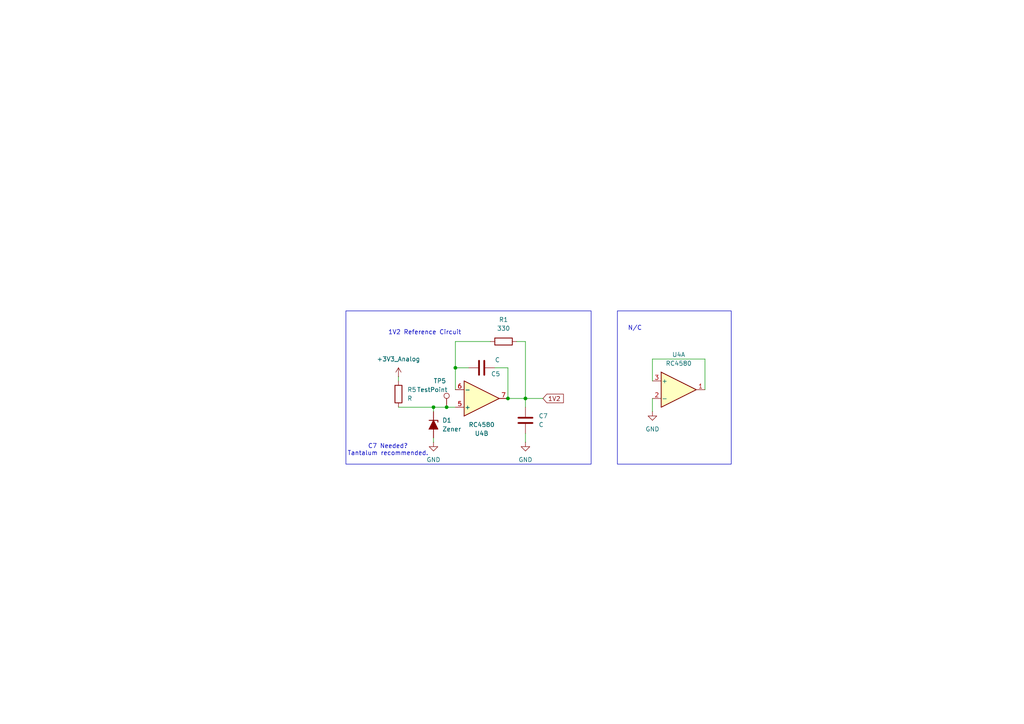
<source format=kicad_sch>
(kicad_sch (version 20250114) (generator "eeschema") (generator_version "9.0")
  (paper "A4")
  (lib_symbols
    (symbol "Amplifier_Operational:RC4580" (pin_names (offset 0.127))
      (property "Reference" "U" (at 0 5.08 0))
      (property "Value" "RC4580" (at 0 -5.08 0))
      (symbol "RC4580_1_1"
        (polyline (pts (xy -5.08 5.08) (xy 5.08 0) (xy -5.08 -5.08) (xy -5.08 5.08)) (stroke (width 0.254)) (fill (type background)))
        (pin input line (at -7.62 2.54 0) (length 2.54) (name "+") (number "3"))
        (pin input line (at -7.62 -2.54 0) (length 2.54) (name "-") (number "2"))
        (pin output line (at 7.62 0 180) (length 2.54) (name "~") (number "1"))
      )
      (symbol "RC4580_2_1"
        (polyline (pts (xy -5.08 5.08) (xy 5.08 0) (xy -5.08 -5.08) (xy -5.08 5.08)) (stroke (width 0.254)) (fill (type background)))
        (pin input line (at -7.62 2.54 0) (length 2.54) (name "+") (number "5"))
        (pin input line (at -7.62 -2.54 0) (length 2.54) (name "-") (number "6"))
        (pin output line (at 7.62 0 180) (length 2.54) (name "~") (number "7"))
      )
      (symbol "RC4580_3_1"
        (pin power_in line (at -2.54 7.62 270) (length 3.81) (name "V+") (number "8"))
        (pin power_in line (at -2.54 -7.62 90) (length 3.81) (name "V-") (number "4"))
      )
    )
    (symbol "Connector:TestPoint" (pin_numbers (hide yes)) (pin_names (offset 0.762) (hide yes))
      (property "Reference" "TP" (at 0 6.858 0))
      (property "Value" "TestPoint" (at 0 5.08 0))
      (symbol "TestPoint_0_1"
        (circle (center 0 3.302) (radius 0.762))
      )
      (symbol "TestPoint_1_1"
        (pin passive line (at 0 0 90) (length 2.54) (name "1") (number "1"))
      )
    )
    (symbol "Device:C" (pin_numbers (hide yes)) (pin_names (offset 0.254))
      (property "Reference" "C" (at 0.635 2.54 0))
      (property "Value" "C" (at 0.635 -2.54 0))
      (symbol "C_0_1"
        (polyline (pts (xy -2.032 0.762) (xy 2.032 0.762)) (stroke (width 0.508)))
        (polyline (pts (xy -2.032 -0.762) (xy 2.032 -0.762)) (stroke (width 0.508)))
      )
      (symbol "C_1_1"
        (pin passive line (at 0 3.81 270) (length 2.794) (name "~") (number "1"))
        (pin passive line (at 0 -3.81 90) (length 2.794) (name "~") (number "2"))
      )
    )
    (symbol "Device:D_Zener_Filled" (pin_numbers (hide yes)) (pin_names (offset 1.016) (hide yes))
      (property "Reference" "D" (at 0 2.54 0))
      (property "Value" "D_Zener_Filled" (at 0 -2.54 0))
      (symbol "D_Zener_Filled_0_1"
        (polyline (pts (xy -1.27 -1.27) (xy -1.27 1.27) (xy -0.762 1.27)) (stroke (width 0.254)))
        (polyline (pts (xy 1.27 0) (xy -1.27 0)))
        (polyline (pts (xy 1.27 -1.27) (xy 1.27 1.27) (xy -1.27 0) (xy 1.27 -1.27)) (stroke (width 0.254)) (fill (type outline)))
      )
      (symbol "D_Zener_Filled_1_1"
        (pin passive line (at -3.81 0 0) (length 2.54) (name "K") (number "1"))
        (pin passive line (at 3.81 0 180) (length 2.54) (name "A") (number "2"))
      )
    )
    (symbol "Device:R" (pin_numbers (hide yes)) (pin_names (offset 0))
      (property "Reference" "R" (at 2.032 0 90))
      (property "Value" "R" (at 0 0 90))
      (symbol "R_0_1"
        (rectangle (start -1.016 -2.54) (end 1.016 2.54) (stroke (width 0.254)))
      )
      (symbol "R_1_1"
        (pin passive line (at 0 3.81 270) (length 1.27) (name "~") (number "1"))
        (pin passive line (at 0 -3.81 90) (length 1.27) (name "~") (number "2"))
      )
    )
    (symbol "power:GND" (power) (pin_numbers (hide yes)) (pin_names (offset 0) (hide yes))
      (property "Value" "GND" (at 0 -3.81 0))
      (symbol "GND_0_1"
        (polyline (pts (xy 0 0) (xy 0 -1.27) (xy 1.27 -1.27) (xy 0 -2.54) (xy -1.27 -1.27) (xy 0 -1.27)))
      )
      (symbol "GND_1_1"
        (pin power_in line (at 0 0 270) (length 0) (name "~") (number "1"))
      )
    )
    (symbol "power:VCC" (power) (pin_numbers (hide yes)) (pin_names (offset 0) (hide yes))
      (property "Value" "VCC" (at 0 3.556 0))
      (symbol "VCC_0_1"
        (polyline (pts (xy -0.762 1.27) (xy 0 2.54)))
        (polyline (pts (xy 0 2.54) (xy 0.762 1.27)))
        (polyline (pts (xy 0 0) (xy 0 2.54)))
      )
      (symbol "VCC_1_1"
        (pin power_in line (at 0 0 90) (length 0) (name "~") (number "1"))
      )
    )
  )
  (rectangle (start 179.07 90.17) (end 212.09 134.62))
  (rectangle (start 100.33 90.17) (end 171.45 134.62))
  (text "1V2 Reference Circuit" (at 123.19 96.52 0) (effects (font (size 1.27 1.27))))
  (text "C7 Needed?\nTantalum recommended.\n" (at 112.522 130.556 0) (effects (font (size 1.27 1.27))))
  (text "N/C\n" (at 184.15 95.25 0) (effects (font (size 1.27 1.27))))
  (junction (at 129.54 118.11))
  (junction (at 125.73 118.11))
  (junction (at 132.08 106.68))
  (junction (at 152.4 115.57))
  (junction (at 147.32 115.57))
  (wire (pts (xy 125.73 118.11) (xy 125.73 119.38)))
  (wire (pts (xy 132.08 106.68) (xy 135.89 106.68)))
  (wire (pts (xy 115.57 118.11) (xy 125.73 118.11)))
  (wire (pts (xy 125.73 127) (xy 125.73 128.27)))
  (wire (pts (xy 149.86 99.06) (xy 152.4 99.06)))
  (wire (pts (xy 152.4 125.73) (xy 152.4 128.27)))
  (wire (pts (xy 152.4 118.11) (xy 152.4 115.57)))
  (wire (pts (xy 143.51 106.68) (xy 147.32 106.68)))
  (wire (pts (xy 152.4 115.57) (xy 147.32 115.57)))
  (wire (pts (xy 189.23 110.49) (xy 189.23 104.14)))
  (wire (pts (xy 142.24 99.06) (xy 132.08 99.06)))
  (wire (pts (xy 147.32 106.68) (xy 147.32 115.57)))
  (wire (pts (xy 204.47 104.14) (xy 204.47 113.03)))
  (wire (pts (xy 152.4 115.57) (xy 157.48 115.57)))
  (wire (pts (xy 115.57 109.22) (xy 115.57 110.49)))
  (wire (pts (xy 132.08 99.06) (xy 132.08 106.68)))
  (wire (pts (xy 125.73 118.11) (xy 129.54 118.11)))
  (wire (pts (xy 152.4 99.06) (xy 152.4 115.57)))
  (wire (pts (xy 189.23 104.14) (xy 204.47 104.14)))
  (wire (pts (xy 189.23 119.38) (xy 189.23 115.57)))
  (wire (pts (xy 132.08 113.03) (xy 132.08 106.68)))
  (wire (pts (xy 129.54 118.11) (xy 132.08 118.11)))
  (global_label "1V2" (shape input) (at 157.48 115.57 0) (property "Intersheetrefs" "${INTERSHEET_REFS}" (effects (hide yes))))
  (symbol (lib_id "power:GND") (at 125.73 128.27 0) (unit 1)
    (property "Reference" "#PWR06" (effects (hide yes)))
    (property "Value" "GND" (at 125.73 133.35 0))
    (property "Description" "Power symbol creates a global label with name \"GND\" , ground" (effects (hide yes)))
  )
  (symbol (lib_id "power:VCC") (at 115.57 109.22 0) (unit 1)
    (property "Reference" "#PWR029" (effects (hide yes)))
    (property "Value" "+3V3_Analog" (at 115.57 104.14 0))
    (property "Description" "Power symbol creates a global label with name \"VCC\"" (effects (hide yes)))
  )
  (symbol (lib_id "Device:C") (at 152.4 121.92 0) (unit 1)
    (property "Reference" "C7" (at 156.21 120.6499 0) (effects (justify left)))
    (property "Value" "C" (at 156.21 123.1899 0) (effects (justify left)))
    (property "Description" "Unpolarized capacitor" (effects (hide yes)))
  )
  (symbol (lib_id "Connector:TestPoint") (at 129.54 118.11 0) (unit 1)
    (property "Reference" "TP5" (at 125.73 110.49 0) (effects (justify left)))
    (property "Value" "TestPoint" (at 120.904 113.03 0) (effects (justify left)))
    (property "Description" "test point" (effects (hide yes)))
  )
  (symbol (lib_id "power:GND") (at 189.23 119.38 0) (unit 1)
    (property "Reference" "#PWR02" (effects (hide yes)))
    (property "Value" "GND" (at 189.23 124.46 0))
    (property "Description" "Power symbol creates a global label with name \"GND\" , ground" (effects (hide yes)))
  )
  (symbol (lib_id "Amplifier_Operational:RC4580") (at 139.7 115.57 0) (mirror x) (unit 2)
    (property "Reference" "U4" (at 139.7 125.73 0))
    (property "Value" "RC4580" (at 139.7 123.19 0))
    (property "Datasheet" "http://www.ti.com/lit/ds/symlink/rc4580.pdf" (effects (hide yes)))
    (property "Description" "Dual Audio Operational Amplifier, SOIC-8/SSOP-8" (effects (hide yes)))
  )
  (symbol (lib_id "Device:D_Zener_Filled") (at 125.73 123.19 270) (unit 1)
    (property "Reference" "D1" (at 128.27 121.9199 90) (effects (justify left)))
    (property "Value" "Zener" (at 128.27 124.4599 90) (effects (justify left)))
    (property "Description" "Zener diode, filled shape" (effects (hide yes)))
  )
  (symbol (lib_id "Device:R") (at 115.57 114.3 0) (unit 1)
    (property "Reference" "R5" (at 118.11 113.0299 0) (effects (justify left)))
    (property "Value" "R" (at 118.11 115.5699 0) (effects (justify left)))
    (property "Description" "Resistor" (effects (hide yes)))
  )
  (symbol (lib_id "power:GND") (at 152.4 128.27 0) (unit 1)
    (property "Reference" "#PWR010" (effects (hide yes)))
    (property "Value" "GND" (at 152.4 133.35 0))
    (property "Description" "Power symbol creates a global label with name \"GND\" , ground" (effects (hide yes)))
  )
  (symbol (lib_id "Amplifier_Operational:RC4580") (at 196.85 113.03 0) (unit 1)
    (property "Reference" "U4" (at 196.85 102.87 0))
    (property "Value" "RC4580" (at 196.85 105.41 0))
    (property "Datasheet" "http://www.ti.com/lit/ds/symlink/rc4580.pdf" (effects (hide yes)))
    (property "Description" "Dual Audio Operational Amplifier, SOIC-8/SSOP-8" (effects (hide yes)))
  )
  (symbol (lib_id "Device:C") (at 139.7 106.68 90) (unit 1)
    (property "Reference" "C5" (at 143.764 108.458 90))
    (property "Value" "C" (at 144.272 104.394 90))
    (property "Description" "Unpolarized capacitor" (effects (hide yes)))
  )
  (symbol (lib_id "Device:R") (at 146.05 99.06 90) (unit 1)
    (property "Reference" "R1" (at 146.05 92.71 90))
    (property "Value" "330" (at 146.05 95.25 90))
    (property "Description" "Resistor" (effects (hide yes)))
  )
)
</source>
